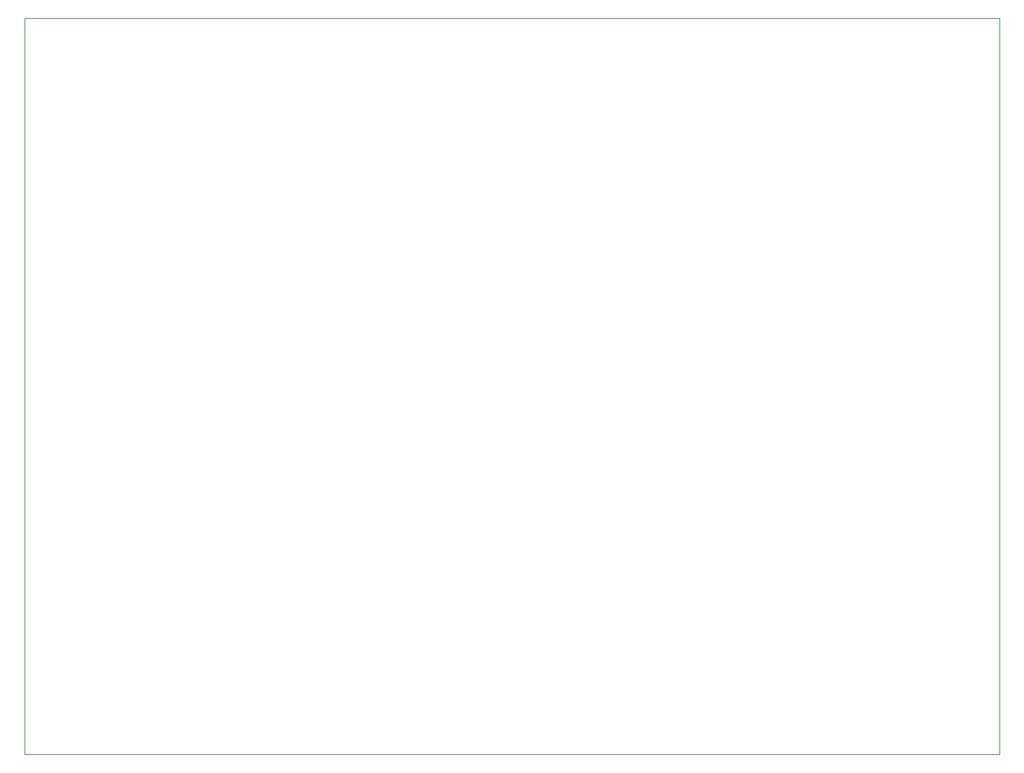
<source format=gbr>
%TF.GenerationSoftware,KiCad,Pcbnew,(6.0.4)*%
%TF.CreationDate,2022-04-14T13:38:34-04:00*%
%TF.ProjectId,pcb,7063622e-6b69-4636-9164-5f7063625858,rev?*%
%TF.SameCoordinates,Original*%
%TF.FileFunction,Profile,NP*%
%FSLAX46Y46*%
G04 Gerber Fmt 4.6, Leading zero omitted, Abs format (unit mm)*
G04 Created by KiCad (PCBNEW (6.0.4)) date 2022-04-14 13:38:34*
%MOMM*%
%LPD*%
G01*
G04 APERTURE LIST*
%TA.AperFunction,Profile*%
%ADD10C,0.050000*%
%TD*%
G04 APERTURE END LIST*
D10*
X129540000Y-38100000D02*
X243840000Y-38100000D01*
X243840000Y-38100000D02*
X243840000Y-124460000D01*
X243840000Y-124460000D02*
X129540000Y-124460000D01*
X129540000Y-124460000D02*
X129540000Y-38100000D01*
M02*

</source>
